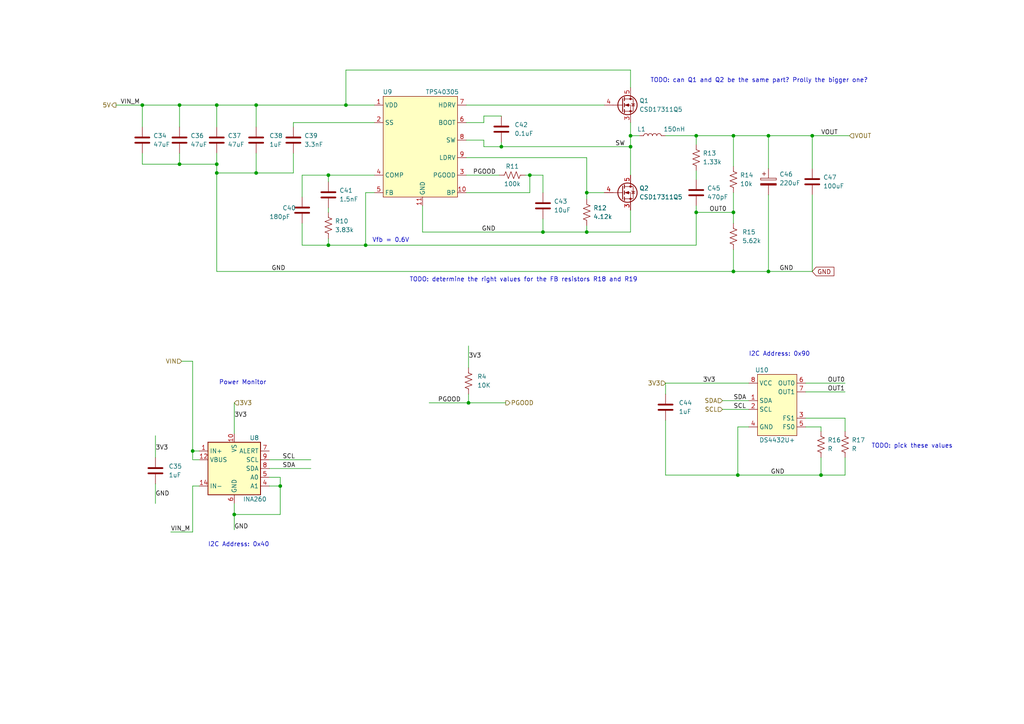
<source format=kicad_sch>
(kicad_sch (version 20211123) (generator eeschema)
  (paper "A4")
  (lib_symbols
    (symbol "Device:C" (pin_numbers hide) (pin_names (offset 0.254))
      (property "Reference" "C" (at 0.635 2.54 0))
      (property "Value" "C" (at 0.635 -2.54 0))
      (symbol "C_0_1"
        (polyline (pts (xy -2.032 -0.762) (xy 2.032 -0.762)) (stroke (width 0.508)))
        (polyline (pts (xy -2.032 0.762) (xy 2.032 0.762)) (stroke (width 0.508)))
      )
      (symbol "C_1_1"
        (pin passive line (at 0 3.81 270) (length 2.794) (name "~") (number "1"))
        (pin passive line (at 0 -3.81 90) (length 2.794) (name "~") (number "2"))
      )
    )
    (symbol "Device:C_Polarized" (pin_numbers hide) (pin_names (offset 0.254))
      (property "Reference" "C" (at 0.635 2.54 0))
      (property "Value" "C_Polarized" (at 0.635 -2.54 0))
      (symbol "C_Polarized_0_1"
        (rectangle (start -2.286 0.508) (end 2.286 1.016))
        (polyline (pts (xy -1.778 2.286) (xy -0.762 2.286)))
        (polyline (pts (xy -1.27 2.794) (xy -1.27 1.778)))
        (rectangle (start 2.286 -0.508) (end -2.286 -1.016) (fill (type outline)))
      )
      (symbol "C_Polarized_1_1"
        (pin passive line (at 0 3.81 270) (length 2.794) (name "~") (number "1"))
        (pin passive line (at 0 -3.81 90) (length 2.794) (name "~") (number "2"))
      )
    )
    (symbol "Device:L" (pin_numbers hide) (pin_names (offset 1.016) hide)
      (property "Reference" "L" (at -1.27 0 90))
      (property "Value" "L" (at 1.905 0 90))
      (symbol "L_0_1"
        (arc (start 0 -2.54) (mid 0.635 -1.905) (end 0 -1.27))
        (arc (start 0 -1.27) (mid 0.635 -0.635) (end 0 0))
        (arc (start 0 0) (mid 0.635 0.635) (end 0 1.27))
        (arc (start 0 1.27) (mid 0.635 1.905) (end 0 2.54))
      )
      (symbol "L_1_1"
        (pin passive line (at 0 3.81 270) (length 1.27) (name "1") (number "1"))
        (pin passive line (at 0 -3.81 90) (length 1.27) (name "2") (number "2"))
      )
    )
    (symbol "Device:R_US" (pin_numbers hide) (pin_names (offset 0))
      (property "Reference" "R" (at 2.54 0 90))
      (property "Value" "R_US" (at -2.54 0 90))
      (symbol "R_US_0_1"
        (polyline (pts (xy 0 -2.286) (xy 0 -2.54)))
        (polyline (pts (xy 0 2.286) (xy 0 2.54)))
        (polyline (pts (xy 0 -0.762) (xy 1.016 -1.143) (xy 0 -1.524) (xy -1.016 -1.905) (xy 0 -2.286)))
        (polyline (pts (xy 0 0.762) (xy 1.016 0.381) (xy 0 0) (xy -1.016 -0.381) (xy 0 -0.762)))
        (polyline (pts (xy 0 2.286) (xy 1.016 1.905) (xy 0 1.524) (xy -1.016 1.143) (xy 0 0.762)))
      )
      (symbol "R_US_1_1"
        (pin passive line (at 0 3.81 270) (length 1.27) (name "~") (number "1"))
        (pin passive line (at 0 -3.81 90) (length 1.27) (name "~") (number "2"))
      )
    )
    (symbol "Q_NMOS_CSD17311Q5_1" (pin_names (offset 0) hide)
      (property "Reference" "Q" (at 5.08 1.27 0))
      (property "Value" "Q_NMOS_CSD17311Q5_1" (at 5.08 -1.27 0))
      (symbol "Q_NMOS_CSD17311Q5_1_0_1"
        (polyline (pts (xy 0.254 0) (xy -2.54 0)))
        (polyline (pts (xy 0.254 1.905) (xy 0.254 -1.905)) (stroke (width 0.254)))
        (polyline (pts (xy 0.762 -1.27) (xy 0.762 -2.286)) (stroke (width 0.254)))
        (polyline (pts (xy 0.762 0.508) (xy 0.762 -0.508)) (stroke (width 0.254)))
        (polyline (pts (xy 0.762 2.286) (xy 0.762 1.27)) (stroke (width 0.254)))
        (polyline (pts (xy 2.54 2.54) (xy 2.54 1.778)))
        (polyline (pts (xy 2.54 -2.54) (xy 2.54 0) (xy 0.762 0)))
        (polyline (pts (xy 0.762 -1.778) (xy 3.302 -1.778) (xy 3.302 1.778) (xy 0.762 1.778)))
        (polyline (pts (xy 1.016 0) (xy 2.032 0.381) (xy 2.032 -0.381) (xy 1.016 0)) (fill (type outline)))
        (polyline (pts (xy 2.794 0.508) (xy 2.921 0.381) (xy 3.683 0.381) (xy 3.81 0.254)))
        (polyline (pts (xy 3.302 0.381) (xy 2.921 -0.254) (xy 3.683 -0.254) (xy 3.302 0.381)))
        (circle (center 1.651 0) (radius 2.794) (stroke (width 0.254)))
        (circle (center 2.54 -1.778) (radius 0.254) (fill (type outline)))
        (circle (center 2.54 1.778) (radius 0.254) (fill (type outline)))
      )
      (symbol "Q_NMOS_CSD17311Q5_1_1_1"
        (pin passive line (at 2.54 -5.08 90) (length 2.54) hide (name "") (number "1"))
        (pin passive line (at 2.54 -5.08 90) (length 2.54) hide (name "") (number "2"))
        (pin passive line (at 2.54 -5.08 90) (length 2.54) (name "S") (number "3"))
        (pin input line (at -5.08 0 0) (length 2.54) (name "G") (number "4"))
        (pin passive line (at 2.54 5.08 270) (length 2.54) (name "D") (number "5"))
      )
    )
    (symbol "Sensor:INA260"
      (property "Reference" "U" (at -6.35 8.89 0))
      (property "Value" "INA260" (at 2.54 8.89 0))
      (symbol "INA260_0_1"
        (rectangle (start -7.62 7.62) (end 7.62 -7.62) (stroke (width 0.254)) (fill (type background)))
      )
      (symbol "INA260_1_1"
        (pin passive line (at -10.16 5.08 0) (length 2.54) (name "IN+") (number "1"))
        (pin power_in line (at 0 10.16 270) (length 2.54) (name "VS") (number "10"))
        (pin passive line (at 0 -10.16 90) (length 2.54) hide (name "GND") (number "11"))
        (pin passive line (at -10.16 2.54 0) (length 2.54) (name "VBUS") (number "12"))
        (pin no_connect line (at 2.54 -7.62 90) (length 2.54) hide (name "NC") (number "13"))
        (pin passive line (at -10.16 -5.08 0) (length 2.54) (name "IN-") (number "14"))
        (pin passive line (at -10.16 -5.08 0) (length 2.54) hide (name "IN-") (number "15"))
        (pin passive line (at -10.16 -5.08 0) (length 2.54) hide (name "IN-") (number "16"))
        (pin passive line (at -10.16 5.08 0) (length 2.54) hide (name "IN+") (number "2"))
        (pin passive line (at -10.16 5.08 0) (length 2.54) hide (name "IN+") (number "3"))
        (pin input line (at 10.16 -5.08 180) (length 2.54) (name "A1") (number "4"))
        (pin input line (at 10.16 -2.54 180) (length 2.54) (name "A0") (number "5"))
        (pin power_in line (at 0 -10.16 90) (length 2.54) (name "GND") (number "6"))
        (pin open_collector line (at 10.16 5.08 180) (length 2.54) (name "ALERT") (number "7"))
        (pin bidirectional line (at 10.16 0 180) (length 2.54) (name "SDA") (number "8"))
        (pin input line (at 10.16 2.54 180) (length 2.54) (name "SCL") (number "9"))
      )
    )
    (symbol "TPS40305:DS4432U+"
      (property "Reference" "U" (at 3.81 10.16 0))
      (property "Value" "DS4432U+" (at -1.27 -10.16 0))
      (symbol "DS4432U+_0_1"
        (rectangle (start -6.35 8.89) (end 5.08 -8.89) (stroke (width 0.1524)) (fill (type background)))
      )
      (symbol "DS4432U+_1_1"
        (pin input line (at -8.89 1.27 0) (length 2.54) (name "SDA") (number "1"))
        (pin input line (at -8.89 -1.27 0) (length 2.54) (name "SCL") (number "2"))
        (pin input line (at 7.62 -3.81 180) (length 2.54) (name "FS1") (number "3"))
        (pin power_in line (at -8.89 -6.35 0) (length 2.54) (name "GND") (number "4"))
        (pin input line (at 7.62 -6.35 180) (length 2.54) (name "FS0") (number "5"))
        (pin output line (at 7.62 6.35 180) (length 2.54) (name "OUT0") (number "6"))
        (pin output line (at 7.62 3.81 180) (length 2.54) (name "OUT1") (number "7"))
        (pin power_in line (at -8.89 6.35 0) (length 2.54) (name "VCC") (number "8"))
      )
    )
    (symbol "TPS40305:TPS40305"
      (property "Reference" "U" (at 10.16 16.51 0))
      (property "Value" "TPS40305" (at -7.62 16.51 0))
      (symbol "TPS40305_0_1"
        (rectangle (start -11.43 15.24) (end 10.16 -13.97) (stroke (width 0.1524)) (fill (type background)))
      )
      (symbol "TPS40305_1_1"
        (pin input line (at -13.97 12.7 0) (length 2.54) (name "VDD") (number "1"))
        (pin input line (at 12.7 -12.7 180) (length 2.54) (name "BP") (number "10"))
        (pin input line (at 0 -16.51 90) (length 2.54) (name "GND") (number "11"))
        (pin input line (at -13.97 7.62 0) (length 2.54) (name "SS") (number "2"))
        (pin input line (at 12.7 -7.62 180) (length 2.54) (name "PGOOD") (number "3"))
        (pin input line (at -13.97 -7.62 0) (length 2.54) (name "COMP") (number "4"))
        (pin input line (at -13.97 -12.7 0) (length 2.54) (name "FB") (number "5"))
        (pin input line (at 12.7 7.62 180) (length 2.54) (name "BOOT") (number "6"))
        (pin input line (at 12.7 12.7 180) (length 2.54) (name "HDRV") (number "7"))
        (pin input line (at 12.7 2.54 180) (length 2.54) (name "SW") (number "8"))
        (pin input line (at 12.7 -2.54 180) (length 2.54) (name "LDRV") (number "9"))
      )
    )
  )
  (junction (at 135.89 116.84))
  (junction (at 62.865 50.165))
  (junction (at 201.93 61.595))
  (junction (at 62.865 47.625))
  (junction (at 238.125 137.795))
  (junction (at 153.67 50.8))
  (junction (at 213.995 137.795))
  (junction (at 41.275 30.48))
  (junction (at 145.415 42.545))
  (junction (at 182.88 42.545))
  (junction (at 212.725 78.74))
  (junction (at 95.25 50.8))
  (junction (at 182.88 39.37))
  (junction (at 170.18 55.88))
  (junction (at 222.885 78.74))
  (junction (at 212.725 39.37))
  (junction (at 52.07 47.625))
  (junction (at 74.295 30.48))
  (junction (at 100.33 30.48))
  (junction (at 106.045 71.12))
  (junction (at 67.945 149.225))
  (junction (at 52.07 30.48))
  (junction (at 222.885 39.37))
  (junction (at 212.725 61.595))
  (junction (at 81.28 140.97))
  (junction (at 157.48 67.31))
  (junction (at 62.865 30.48))
  (junction (at 74.295 50.165))
  (junction (at 235.585 39.37))
  (junction (at 55.88 130.81))
  (junction (at 201.93 39.37))
  (junction (at 95.25 71.12))
  (junction (at 170.18 67.31))
  (wire (pts (xy 245.11 137.795) (xy 238.125 137.795)))
  (wire (pts (xy 235.585 39.37) (xy 222.885 39.37)))
  (wire (pts (xy 193.04 111.125) (xy 217.17 111.125)))
  (wire (pts (xy 157.48 63.5) (xy 157.48 67.31)))
  (wire (pts (xy 41.275 30.48) (xy 52.07 30.48)))
  (wire (pts (xy 108.585 50.8) (xy 95.25 50.8)))
  (wire (pts (xy 182.88 35.56) (xy 182.88 39.37)))
  (wire (pts (xy 235.585 48.895) (xy 235.585 39.37)))
  (wire (pts (xy 170.18 55.88) (xy 175.26 55.88)))
  (wire (pts (xy 67.945 116.84) (xy 67.945 125.73)))
  (wire (pts (xy 95.25 60.325) (xy 95.25 61.595)))
  (wire (pts (xy 74.295 44.45) (xy 74.295 50.165)))
  (wire (pts (xy 212.725 55.88) (xy 212.725 61.595)))
  (wire (pts (xy 170.18 45.72) (xy 170.18 55.88)))
  (wire (pts (xy 55.88 130.81) (xy 55.88 104.775)))
  (wire (pts (xy 52.07 44.45) (xy 52.07 47.625)))
  (wire (pts (xy 170.18 67.31) (xy 170.18 65.405)))
  (wire (pts (xy 233.68 113.665) (xy 245.11 113.665)))
  (wire (pts (xy 85.09 44.45) (xy 85.09 50.165)))
  (wire (pts (xy 245.11 132.715) (xy 245.11 137.795)))
  (wire (pts (xy 182.88 20.32) (xy 100.33 20.32)))
  (wire (pts (xy 193.04 114.3) (xy 193.04 111.125)))
  (wire (pts (xy 201.93 39.37) (xy 201.93 41.91)))
  (wire (pts (xy 57.785 133.35) (xy 55.88 133.35)))
  (wire (pts (xy 52.07 47.625) (xy 62.865 47.625)))
  (wire (pts (xy 235.585 39.37) (xy 246.38 39.37)))
  (wire (pts (xy 55.88 140.97) (xy 55.88 154.305)))
  (wire (pts (xy 124.46 116.84) (xy 135.89 116.84)))
  (wire (pts (xy 87.63 71.12) (xy 87.63 64.77)))
  (wire (pts (xy 87.63 50.8) (xy 87.63 57.15)))
  (wire (pts (xy 49.53 154.305) (xy 55.88 154.305)))
  (wire (pts (xy 209.55 116.205) (xy 217.17 116.205)))
  (wire (pts (xy 62.865 50.165) (xy 74.295 50.165)))
  (wire (pts (xy 78.105 138.43) (xy 81.28 138.43)))
  (wire (pts (xy 122.555 67.31) (xy 157.48 67.31)))
  (wire (pts (xy 81.28 149.225) (xy 67.945 149.225)))
  (wire (pts (xy 213.995 123.825) (xy 217.17 123.825)))
  (wire (pts (xy 62.865 78.74) (xy 212.725 78.74)))
  (wire (pts (xy 201.93 49.53) (xy 201.93 52.07)))
  (wire (pts (xy 57.785 130.81) (xy 55.88 130.81)))
  (wire (pts (xy 74.295 30.48) (xy 74.295 36.83)))
  (wire (pts (xy 95.25 69.215) (xy 95.25 71.12)))
  (wire (pts (xy 233.68 121.285) (xy 245.11 121.285)))
  (wire (pts (xy 212.725 72.39) (xy 212.725 78.74)))
  (wire (pts (xy 157.48 67.31) (xy 170.18 67.31)))
  (wire (pts (xy 238.125 132.715) (xy 238.125 137.795)))
  (wire (pts (xy 153.67 55.88) (xy 153.67 50.8)))
  (wire (pts (xy 222.885 39.37) (xy 222.885 48.895)))
  (wire (pts (xy 212.725 61.595) (xy 212.725 64.77)))
  (wire (pts (xy 140.335 40.64) (xy 140.335 42.545)))
  (wire (pts (xy 182.88 60.96) (xy 182.88 67.31)))
  (wire (pts (xy 81.28 138.43) (xy 81.28 140.97)))
  (wire (pts (xy 135.255 45.72) (xy 170.18 45.72)))
  (wire (pts (xy 135.255 40.64) (xy 140.335 40.64)))
  (wire (pts (xy 41.275 47.625) (xy 52.07 47.625)))
  (wire (pts (xy 233.68 111.125) (xy 245.11 111.125)))
  (wire (pts (xy 135.255 55.88) (xy 153.67 55.88)))
  (wire (pts (xy 41.275 36.83) (xy 41.275 30.48)))
  (wire (pts (xy 222.885 56.515) (xy 222.885 78.74)))
  (wire (pts (xy 62.865 30.48) (xy 62.865 36.83)))
  (wire (pts (xy 152.4 50.8) (xy 153.67 50.8)))
  (wire (pts (xy 52.07 30.48) (xy 62.865 30.48)))
  (wire (pts (xy 213.995 137.795) (xy 213.995 123.825)))
  (wire (pts (xy 45.085 140.335) (xy 45.085 146.05)))
  (wire (pts (xy 140.335 42.545) (xy 145.415 42.545)))
  (wire (pts (xy 222.885 39.37) (xy 212.725 39.37)))
  (wire (pts (xy 100.33 20.32) (xy 100.33 30.48)))
  (wire (pts (xy 182.88 67.31) (xy 170.18 67.31)))
  (wire (pts (xy 67.945 149.225) (xy 67.945 153.67)))
  (wire (pts (xy 233.68 123.825) (xy 238.125 123.825)))
  (wire (pts (xy 135.89 116.84) (xy 146.685 116.84)))
  (wire (pts (xy 170.18 55.88) (xy 170.18 57.785)))
  (wire (pts (xy 182.88 42.545) (xy 182.88 50.8)))
  (wire (pts (xy 95.25 71.12) (xy 87.63 71.12)))
  (wire (pts (xy 62.865 30.48) (xy 74.295 30.48)))
  (wire (pts (xy 222.885 78.74) (xy 235.585 78.74)))
  (wire (pts (xy 193.04 137.795) (xy 213.995 137.795)))
  (wire (pts (xy 78.105 140.97) (xy 81.28 140.97)))
  (wire (pts (xy 67.945 146.05) (xy 67.945 149.225)))
  (wire (pts (xy 135.255 50.8) (xy 144.78 50.8)))
  (wire (pts (xy 106.045 71.12) (xy 95.25 71.12)))
  (wire (pts (xy 157.48 50.8) (xy 157.48 55.88)))
  (wire (pts (xy 52.07 30.48) (xy 52.07 36.83)))
  (wire (pts (xy 135.89 114.3) (xy 135.89 116.84)))
  (wire (pts (xy 62.865 47.625) (xy 62.865 50.165)))
  (wire (pts (xy 145.415 42.545) (xy 182.88 42.545)))
  (wire (pts (xy 182.88 25.4) (xy 182.88 20.32)))
  (wire (pts (xy 62.865 50.165) (xy 62.865 78.74)))
  (wire (pts (xy 245.11 121.285) (xy 245.11 125.095)))
  (wire (pts (xy 41.275 44.45) (xy 41.275 47.625)))
  (wire (pts (xy 62.865 44.45) (xy 62.865 47.625)))
  (wire (pts (xy 122.555 59.69) (xy 122.555 67.31)))
  (wire (pts (xy 212.725 78.74) (xy 222.885 78.74)))
  (wire (pts (xy 193.04 39.37) (xy 201.93 39.37)))
  (wire (pts (xy 209.55 118.745) (xy 217.17 118.745)))
  (wire (pts (xy 108.585 55.88) (xy 106.045 55.88)))
  (wire (pts (xy 108.585 35.56) (xy 85.09 35.56)))
  (wire (pts (xy 57.785 140.97) (xy 55.88 140.97)))
  (wire (pts (xy 201.93 39.37) (xy 212.725 39.37)))
  (wire (pts (xy 153.67 50.8) (xy 157.48 50.8)))
  (wire (pts (xy 140.335 35.56) (xy 140.335 33.655)))
  (wire (pts (xy 201.93 59.69) (xy 201.93 61.595)))
  (wire (pts (xy 235.585 56.515) (xy 235.585 78.74)))
  (wire (pts (xy 201.93 71.12) (xy 106.045 71.12)))
  (wire (pts (xy 95.25 50.8) (xy 87.63 50.8)))
  (wire (pts (xy 74.295 30.48) (xy 100.33 30.48)))
  (wire (pts (xy 140.335 33.655) (xy 145.415 33.655)))
  (wire (pts (xy 145.415 41.275) (xy 145.415 42.545)))
  (wire (pts (xy 45.085 126.365) (xy 45.085 132.715)))
  (wire (pts (xy 135.255 30.48) (xy 175.26 30.48)))
  (wire (pts (xy 55.88 133.35) (xy 55.88 130.81)))
  (wire (pts (xy 100.33 30.48) (xy 108.585 30.48)))
  (wire (pts (xy 85.09 35.56) (xy 85.09 36.83)))
  (wire (pts (xy 212.725 39.37) (xy 212.725 48.26)))
  (wire (pts (xy 182.88 39.37) (xy 185.42 39.37)))
  (wire (pts (xy 135.89 100.33) (xy 135.89 106.68)))
  (wire (pts (xy 238.125 123.825) (xy 238.125 125.095)))
  (wire (pts (xy 201.93 61.595) (xy 201.93 71.12)))
  (wire (pts (xy 135.255 35.56) (xy 140.335 35.56)))
  (wire (pts (xy 78.105 133.35) (xy 90.17 133.35)))
  (wire (pts (xy 81.28 140.97) (xy 81.28 149.225)))
  (wire (pts (xy 106.045 55.88) (xy 106.045 71.12)))
  (wire (pts (xy 182.88 39.37) (xy 182.88 42.545)))
  (wire (pts (xy 238.125 137.795) (xy 213.995 137.795)))
  (wire (pts (xy 193.04 121.92) (xy 193.04 137.795)))
  (wire (pts (xy 52.705 104.775) (xy 55.88 104.775)))
  (wire (pts (xy 33.655 30.48) (xy 41.275 30.48)))
  (wire (pts (xy 78.105 135.89) (xy 90.17 135.89)))
  (wire (pts (xy 74.295 50.165) (xy 85.09 50.165)))
  (wire (pts (xy 201.93 61.595) (xy 212.725 61.595)))
  (wire (pts (xy 95.25 50.8) (xy 95.25 52.705)))
  (text "I2C Address: 0x90" (at 217.17 103.505 0) (effects (font (size 1.27 1.27)) (justify left bottom)))
  (text "Power Monitor" (at 63.5 111.76 0) (effects (font (size 1.27 1.27)) (justify left bottom)))
  (text "TODO: determine the right values for the FB resistors R18 and R19" (at 118.745 81.915 0) (effects (font (size 1.27 1.27)) (justify left bottom)))
  (text "TODO: pick these values" (at 252.73 130.175 0) (effects (font (size 1.27 1.27)) (justify left bottom)))
  (text "I2C Address: 0x40" (at 60.325 158.75 0) (effects (font (size 1.27 1.27)) (justify left bottom)))
  (text "Vfb = 0.6V" (at 107.95 70.485 0) (effects (font (size 1.27 1.27)) (justify left bottom)))
  (text "TODO: can Q1 and Q2 be the same part? Prolly the bigger one?" (at 188.595 24.13 0) (effects (font (size 1.27 1.27)) (justify left bottom)))
  (label "3V3" (at 203.835 111.125 0))
  (label "SDA" (at 212.725 116.205 0))
  (label "VIN_M" (at 34.925 30.48 0))
  (label "GND" (at 226.06 78.74 0))
  (label "VIN_M" (at 49.53 154.305 0))
  (label "GND" (at 78.74 78.74 0))
  (label "GND" (at 67.945 153.67 0))
  (label "3V3" (at 67.945 121.285 0))
  (label "PGOOD" (at 137.16 50.8 0))
  (label "GND" (at 45.085 144.145 0))
  (label "SCL" (at 81.915 133.35 0))
  (label "VOUT" (at 238.125 39.37 0))
  (label "3V3" (at 45.085 130.81 0))
  (label "OUT1" (at 240.03 113.665 0))
  (label "SCL" (at 212.725 118.745 0))
  (label "SDA" (at 81.915 135.89 0))
  (label "OUT0" (at 205.74 61.595 0))
  (label "OUT0" (at 240.03 111.125 0))
  (label "GND" (at 223.52 137.795 0))
  (label "3V3" (at 135.89 104.14 0))
  (label "PGOOD" (at 127 116.84 0))
  (label "SW" (at 178.435 42.545 0))
  (label "GND" (at 139.7 67.31 0))
  (global_label "GND" (shape input) (at 235.585 78.74 0) (property "Intersheet References" "${INTERSHEET_REFS}" (effects hide)))
  (hierarchical_label "SDA" (shape input) (at 209.55 116.205 180))
  (hierarchical_label "5V" (shape output) (at 33.655 30.48 180))
  (hierarchical_label "SCL" (shape input) (at 209.55 118.745 180))
  (hierarchical_label "3V3" (shape input) (at 67.945 116.84 0))
  (hierarchical_label "VOUT" (shape input) (at 246.38 39.37 0))
  (hierarchical_label "VIN" (shape input) (at 52.705 104.775 180))
  (hierarchical_label "3V3" (shape input) (at 193.04 111.125 180))
  (hierarchical_label "PGOOD" (shape output) (at 146.685 116.84 0))
  (symbol (lib_id "Device:C") (at 157.48 59.69 0) (unit 1)
    (property "Reference" "C43" (at 160.655 58.4199 0) (effects (justify left)))
    (property "Value" "10uF" (at 160.655 60.9599 0) (effects (justify left)))
    (property "Footprint" "Capacitor_SMD:C_0805_2012Metric" (effects hide))
    (property "DK" "1276-1096-1-ND" (effects hide))
  )
  (symbol (lib_id "Device:R_US") (at 212.725 52.07 0) (unit 1)
    (property "Reference" "R14" (at 214.63 50.7999 0) (effects (justify left)))
    (property "Value" "10k" (at 214.63 53.3399 0) (effects (justify left)))
    (property "Footprint" "Resistor_SMD:R_0402_1005Metric" (effects hide))
    (property "DK" "311-10KJRCT-ND" (effects hide))
  )
  (symbol (lib_id "Device:C") (at 62.865 40.64 0) (unit 1)
    (property "Reference" "C37" (at 66.04 39.3699 0) (effects (justify left)))
    (property "Value" "47uF" (at 66.04 41.9099 0) (effects (justify left)))
    (property "Footprint" "Capacitor_SMD:C_1210_3225Metric" (effects hide))
    (property "DK" "490-6539-1-ND" (effects hide))
    (property "PARTNO" "GRM32ER61C476KE15L" (effects hide))
  )
  (symbol (lib_id "Device:C_Polarized") (at 222.885 52.705 0) (unit 1)
    (property "Reference" "C46" (at 226.06 50.5459 0) (effects (justify left)))
    (property "Value" "220uF" (at 226.06 53.0859 0) (effects (justify left)))
    (property "Footprint" "TPS40305_supply:CAP_2R5TPE220MAFB" (effects hide))
    (property "Datasheet" "https://media.digikey.com/pdf/Data%20Sheets/Panasonic%20Capacitors%20PDFs/TPE_Series_POSCAP_Rev02_Oct_2017.pdf" (effects hide))
    (property "PARTNO" "2R5TPE220MAFB" (effects hide))
    (property "DK" "P16200CT-ND" (effects hide))
  )
  (symbol (lib_id "TPS40305:TPS40305") (at 122.555 43.18 0) (unit 1)
    (property "Reference" "U9" (at 112.395 26.67 0))
    (property "Value" "TPS40305" (at 128.27 26.67 0))
    (property "Footprint" "TPS40305_supply:TPS40305" (effects hide))
    (property "Datasheet" "https://www.ti.com/lit/ds/symlink/tps40303.pdf" (effects hide))
    (property "DK" "296-37445-1-ND" (effects hide))
    (property "PARTNO" "TPS40305DRCR" (effects hide))
  )
  (symbol (lib_id "Sensor:INA260") (at 67.945 135.89 0) (unit 1)
    (property "Reference" "U8" (at 72.39 127 0) (effects (justify left)))
    (property "Value" "INA260" (at 70.485 144.78 0) (effects (justify left)))
    (property "Footprint" "Package_SO:TSSOP-16_4.4x5mm_P0.65mm" (effects hide))
    (property "Datasheet" "http://www.ti.com/lit/ds/symlink/ina260.pdf" (effects hide))
    (property "PARTNO" "INA260AIPWR" (effects hide))
  )
  (symbol (lib_id "Device:C") (at 41.275 40.64 0) (unit 1)
    (property "Reference" "C34" (at 44.45 39.3699 0) (effects (justify left)))
    (property "Value" "47uF" (at 44.45 41.9099 0) (effects (justify left)))
    (property "Footprint" "Capacitor_SMD:C_1210_3225Metric" (effects hide))
    (property "DK" "490-6539-1-ND" (effects hide))
    (property "PARTNO" "GRM32ER61C476KE15L" (effects hide))
  )
  (symbol (lib_name "Q_NMOS_CSD17311Q5_1") (lib_id "TPS40305:Q_NMOS_CSD17311Q5") (at 180.34 55.88 0) (unit 1)
    (property "Reference" "Q2" (at 185.42 54.61 0) (effects (justify left)))
    (property "Value" "CSD17311Q5" (at 185.42 57.15 0) (effects (justify left)))
    (property "Footprint" "TPS40305_supply:CSD17311Q5" (effects hide))
    (property "Datasheet" "https://www.ti.com/lit/ds/symlink/csd17311q5.pdf" (effects hide))
    (property "DK" "296-27625-1-ND" (effects hide))
    (property "PARTNO" "CSD17311Q5" (effects hide))
  )
  (symbol (lib_id "Device:C") (at 85.09 40.64 0) (unit 1)
    (property "Reference" "C39" (at 88.265 39.3699 0) (effects (justify left)))
    (property "Value" "3.3nF" (at 88.265 41.9099 0) (effects (justify left)))
    (property "Footprint" "Capacitor_SMD:C_0402_1005Metric" (effects hide))
    (property "DK" "1276-1552-1-ND" (effects hide))
  )
  (symbol (lib_id "Device:C") (at 52.07 40.64 0) (unit 1)
    (property "Reference" "C36" (at 55.245 39.3699 0) (effects (justify left)))
    (property "Value" "47uF" (at 55.245 41.9099 0) (effects (justify left)))
    (property "Footprint" "Capacitor_SMD:C_1210_3225Metric" (effects hide))
    (property "DK" "490-6539-1-ND" (effects hide))
    (property "PARTNO" "GRM32ER61C476KE15L" (effects hide))
  )
  (symbol (lib_id "Device:C") (at 74.295 40.64 0) (unit 1)
    (property "Reference" "C38" (at 78.105 39.3699 0) (effects (justify left)))
    (property "Value" "1uF" (at 78.105 41.9099 0) (effects (justify left)))
    (property "Footprint" "Capacitor_SMD:C_0805_2012Metric" (effects hide))
    (property "DK" "1276-6471-1-ND" (effects hide))
  )
  (symbol (lib_id "TPS40305:DS4432U+") (at 226.06 117.475 0) (unit 1)
    (property "Reference" "U10" (at 220.98 107.315 0))
    (property "Value" "DS4432U+" (at 225.425 127.635 0))
    (property "Footprint" "Package_SO:TSSOP-8_3x3mm_P0.65mm" (effects hide))
    (property "Datasheet" "https://datasheets.maximintegrated.com/en/ds/DS4432.pdf" (effects hide))
    (property "DK" "DS4432U+-ND" (effects hide))
    (property "PARTNO" "DS4432U+" (effects hide))
  )
  (symbol (lib_id "Device:C") (at 235.585 52.705 0) (unit 1)
    (property "Reference" "C47" (at 238.76 51.4349 0) (effects (justify left)))
    (property "Value" "100uF" (at 238.76 53.9749 0) (effects (justify left)))
    (property "Footprint" "Capacitor_SMD:C_1206_3216Metric" (effects hide))
    (property "PARTNO" "C3216X5R0J107M160AB" (effects hide))
    (property "DK" "445-6008-1-ND" (effects hide))
  )
  (symbol (lib_id "Device:C") (at 95.25 56.515 0) (unit 1)
    (property "Reference" "C41" (at 98.425 55.2449 0) (effects (justify left)))
    (property "Value" "1.5nF" (at 98.425 57.7849 0) (effects (justify left)))
    (property "Footprint" "Capacitor_SMD:C_0805_2012Metric" (effects hide))
    (property "DK" "311-1128-1-ND" (effects hide))
  )
  (symbol (lib_id "Device:R_US") (at 212.725 68.58 0) (unit 1)
    (property "Reference" "R15" (at 215.265 67.3099 0) (effects (justify left)))
    (property "Value" "5.62k" (at 215.265 69.8499 0) (effects (justify left)))
    (property "Footprint" "Resistor_SMD:R_0402_1005Metric" (effects hide))
    (property "DK" "RMCF0402FT5K62CT-ND" (effects hide))
  )
  (symbol (lib_id "Device:R_US") (at 148.59 50.8 90) (unit 1)
    (property "Reference" "R11" (at 148.59 48.26 90))
    (property "Value" "100k" (at 148.59 53.34 90))
    (property "Footprint" "Resistor_SMD:R_0402_1005Metric" (effects hide))
    (property "DK" "311-100KJRCT-ND" (effects hide))
  )
  (symbol (lib_id "Device:C") (at 145.415 37.465 0) (unit 1)
    (property "Reference" "C42" (at 149.225 36.1949 0) (effects (justify left)))
    (property "Value" "0.1uF" (at 149.225 38.7349 0) (effects (justify left)))
    (property "Footprint" "Capacitor_SMD:C_0402_1005Metric" (effects hide))
    (property "DK" "1292-1639-1-ND" (effects hide))
  )
  (symbol (lib_id "Device:R_US") (at 238.125 128.905 0) (unit 1)
    (property "Reference" "R16" (at 240.03 127.6349 0) (effects (justify left)))
    (property "Value" "R" (at 240.03 130.1749 0) (effects (justify left)))
    (property "Footprint" "Resistor_SMD:R_0402_1005Metric" (effects hide))
  )
  (symbol (lib_id "Device:C") (at 193.04 118.11 0) (unit 1)
    (property "Reference" "C44" (at 196.85 116.8399 0) (effects (justify left)))
    (property "Value" "1uF" (at 196.85 119.3799 0) (effects (justify left)))
    (property "Footprint" "Capacitor_SMD:C_0402_1005Metric" (effects hide))
    (property "DK" "587-5514-1-ND" (effects hide))
  )
  (symbol (lib_id "Device:R_US") (at 201.93 45.72 0) (unit 1)
    (property "Reference" "R13" (at 203.835 44.4499 0) (effects (justify left)))
    (property "Value" "1.33k" (at 203.835 46.9899 0) (effects (justify left)))
    (property "Footprint" "Resistor_SMD:R_0402_1005Metric" (effects hide))
    (property "DK" "311-1.33KLRCT-ND" (effects hide))
  )
  (symbol (lib_id "Device:R_US") (at 95.25 65.405 0) (unit 1)
    (property "Reference" "R10" (at 97.155 64.1349 0) (effects (justify left)))
    (property "Value" "3.83k" (at 97.155 66.6749 0) (effects (justify left)))
    (property "Footprint" "Resistor_SMD:R_0402_1005Metric" (effects hide))
    (property "DK" "311-3.83KLRCT-ND" (effects hide))
  )
  (symbol (lib_name "Q_NMOS_CSD17311Q5_1") (lib_id "TPS40305:Q_NMOS_CSD17311Q5") (at 180.34 30.48 0) (unit 1)
    (property "Reference" "Q1" (at 185.42 29.21 0) (effects (justify left)))
    (property "Value" "CSD17311Q5" (at 185.42 31.75 0) (effects (justify left)))
    (property "Footprint" "TPS40305_supply:CSD17311Q5" (effects hide))
    (property "Datasheet" "https://www.ti.com/lit/ds/symlink/csd17311q5.pdf" (effects hide))
    (property "DK" "296-27625-1-ND" (effects hide))
    (property "PARTNO" "CSD17311Q5" (effects hide))
  )
  (symbol (lib_id "Device:C") (at 201.93 55.88 0) (unit 1)
    (property "Reference" "C45" (at 205.105 54.6099 0) (effects (justify left)))
    (property "Value" "470pF" (at 205.105 57.1499 0) (effects (justify left)))
    (property "Footprint" "Capacitor_SMD:C_0805_2012Metric" (effects hide))
    (property "DK" "1292-1580-1-ND" (effects hide))
  )
  (symbol (lib_id "Device:L") (at 189.23 39.37 90) (unit 1)
    (property "Reference" "L1" (at 186.055 37.465 90))
    (property "Value" "150nH" (at 195.58 37.465 90))
    (property "Footprint" "TPS40305_supply:FP1005R1-R15-R" (effects hide))
    (property "Datasheet" "https://www.eaton.com/content/dam/eaton/products/electronic-components/resources/data-sheet/eaton-fp1005r-high-current-power-inductors-data-sheet.pdf" (effects hide))
    (property "PARTNO" "FP1005R1-R15-R" (effects hide))
    (property "DK" "513-1568-1-ND" (effects hide))
  )
  (symbol (lib_id "Device:R_US") (at 245.11 128.905 0) (unit 1)
    (property "Reference" "R17" (at 247.015 127.6349 0) (effects (justify left)))
    (property "Value" "R" (at 247.015 130.1749 0) (effects (justify left)))
    (property "Footprint" "Resistor_SMD:R_0402_1005Metric" (effects hide))
  )
  (symbol (lib_id "Device:R_US") (at 170.18 61.595 0) (unit 1)
    (property "Reference" "R12" (at 172.085 60.3249 0) (effects (justify left)))
    (property "Value" "4.12k" (at 172.085 62.8649 0) (effects (justify left)))
    (property "Footprint" "Resistor_SMD:R_0402_1005Metric" (effects hide))
    (property "DK" "RMCF0402FT4K12CT-ND" (effects hide))
  )
  (symbol (lib_id "Device:C") (at 45.085 136.525 0) (unit 1)
    (property "Reference" "C35" (at 48.895 135.2549 0) (effects (justify left)))
    (property "Value" "1uF" (at 48.895 137.7949 0) (effects (justify left)))
    (property "Footprint" "Capacitor_SMD:C_0402_1005Metric" (effects hide))
    (property "DK" "587-5514-1-ND" (effects hide))
  )
  (symbol (lib_id "Device:C") (at 87.63 60.96 0) (unit 1)
    (property "Reference" "C40" (at 81.915 60.325 0) (effects (justify left)))
    (property "Value" "180pF" (at 78.105 62.865 0) (effects (justify left)))
    (property "Footprint" "Capacitor_SMD:C_0805_2012Metric" (effects hide))
    (property "DK" "311-1114-1-ND" (effects hide))
  )
  (symbol (lib_id "Device:R_US") (at 135.89 110.49 0) (unit 1)
    (property "Reference" "R4" (at 138.43 109.2199 0) (effects (justify left)))
    (property "Value" "10K" (at 138.43 111.7599 0) (effects (justify left)))
    (property "Footprint" "Resistor_SMD:R_0402_1005Metric" (effects hide))
    (property "DK" "YAG1346CT-ND" (effects hide))
  )
)
</source>
